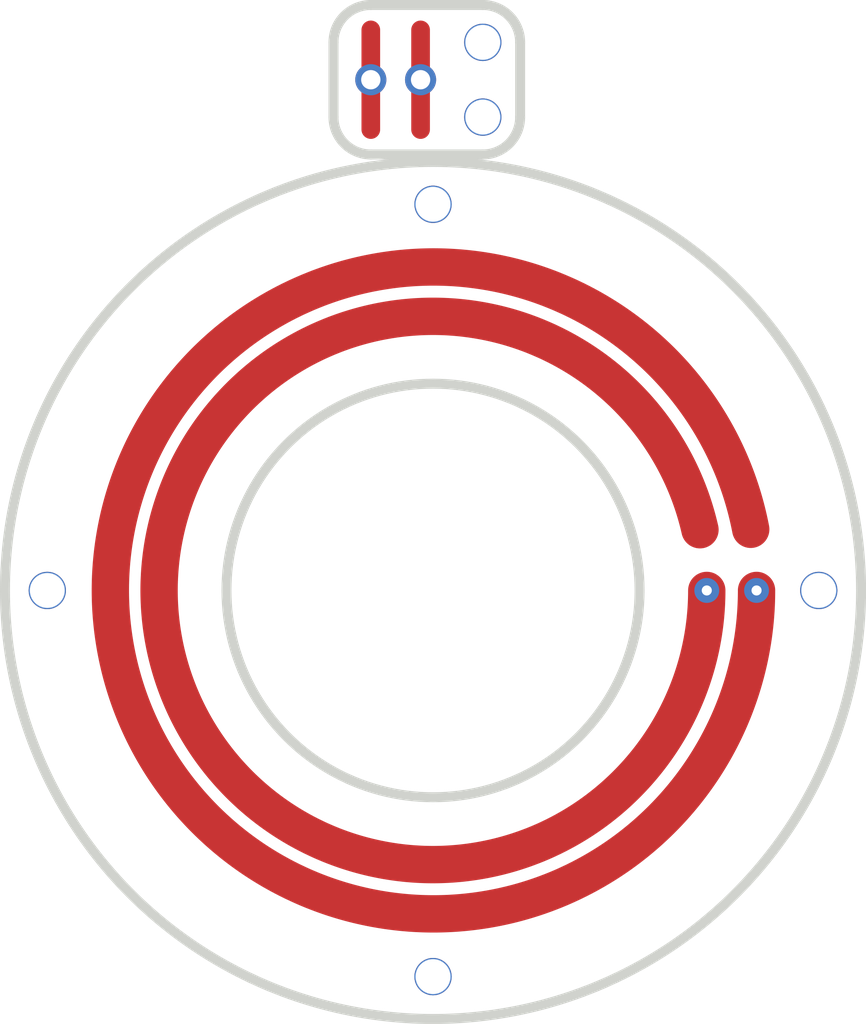
<source format=kicad_pcb>
(kicad_pcb (version 20211014) (generator pcbnew)

  (general
    (thickness 1.6)
  )

  (paper "A4")
  (layers
    (0 "F.Cu" signal)
    (31 "B.Cu" signal)
    (32 "B.Adhes" user "B.Adhesive")
    (33 "F.Adhes" user "F.Adhesive")
    (34 "B.Paste" user)
    (35 "F.Paste" user)
    (36 "B.SilkS" user "B.Silkscreen")
    (37 "F.SilkS" user "F.Silkscreen")
    (38 "B.Mask" user)
    (39 "F.Mask" user)
    (40 "Dwgs.User" user "User.Drawings")
    (41 "Cmts.User" user "User.Comments")
    (42 "Eco1.User" user "User.Eco1")
    (43 "Eco2.User" user "User.Eco2")
    (44 "Edge.Cuts" user)
    (45 "Margin" user)
    (46 "B.CrtYd" user "B.Courtyard")
    (47 "F.CrtYd" user "F.Courtyard")
    (48 "B.Fab" user)
    (49 "F.Fab" user)
    (50 "User.1" user)
    (51 "User.2" user)
    (52 "User.3" user)
    (53 "User.4" user)
    (54 "User.5" user)
    (55 "User.6" user)
    (56 "User.7" user)
    (57 "User.8" user)
    (58 "User.9" user)
  )

  (setup
    (pad_to_mask_clearance 0)
    (grid_origin 15 195)
    (pcbplotparams
      (layerselection 0x0001000_7ffffffe)
      (disableapertmacros false)
      (usegerberextensions false)
      (usegerberattributes true)
      (usegerberadvancedattributes true)
      (creategerberjobfile true)
      (svguseinch false)
      (svgprecision 6)
      (excludeedgelayer true)
      (plotframeref false)
      (viasonmask true)
      (mode 1)
      (useauxorigin false)
      (hpglpennumber 1)
      (hpglpenspeed 20)
      (hpglpendiameter 15.000000)
      (dxfpolygonmode true)
      (dxfimperialunits true)
      (dxfusepcbnewfont true)
      (psnegative false)
      (psa4output false)
      (plotreference true)
      (plotvalue true)
      (plotinvisibletext false)
      (sketchpadsonfab false)
      (subtractmaskfromsilk false)
      (outputformat 1)
      (mirror false)
      (drillshape 0)
      (scaleselection 1)
      (outputdirectory "mfg_files/")
    )
  )

  (net 0 "")

  (gr_arc (start 76.0365 159.992629) (mid 24.222407 162.452216) (end 75.568668 155.082597) (layer "F.Cu") (width 3) (tstamp 314c82bc-61bc-43db-b82e-68c1814bbd4a))
  (gr_line (start 45.0365 122.992629) (end 45.0365 114.992629) (layer "F.Cu") (width 1.5) (tstamp b06308b8-d8de-4dcb-a6c0-a16dd5bdea8d))
  (gr_line (start 49.0365 122.992629) (end 49.0365 114.992629) (layer "F.Cu") (width 1.5) (tstamp b373e2da-405e-4bd9-ab36-55d9b0a4f6a4))
  (gr_arc (start 72.0365 159.992629) (mid 28.159143 162.447392) (end 71.489423 155.116965) (layer "F.Cu") (width 3) (tstamp de05c20d-0dce-476b-b868-0ed2774e9ae4))
  (gr_arc (start 54.0365 112.992629) (mid 56.15782 113.871309) (end 57.0365 115.992629) (layer "Edge.Cuts") (width 0.8) (tstamp 2f3c558d-1c93-4bfa-a351-bebeac527043))
  (gr_line (start 57.0365 115.992629) (end 57.0365 121.992629) (layer "Edge.Cuts") (width 0.8) (tstamp 33ace164-d7a1-4cb5-a056-6a7d37fe3662))
  (gr_arc (start 45.0365 124.992629) (mid 42.91518 124.113949) (end 42.0365 121.992629) (layer "Edge.Cuts") (width 0.8) (tstamp 52466011-5c1a-47bc-b32d-24022f04590a))
  (gr_circle (center 50.0365 159.992629) (end 66.6365 159.992629) (layer "Edge.Cuts") (width 0.8) (fill none) (tstamp 56200abd-5f21-4158-82c8-1f75c1a299f8))
  (gr_line (start 45.0365 112.992629) (end 54.0365 112.992629) (layer "Edge.Cuts") (width 0.8) (tstamp 7ec7a99b-7692-46e2-af45-fb1bc8f3bb98))
  (gr_arc (start 42.0365 115.992629) (mid 42.91518 113.871309) (end 45.0365 112.992629) (layer "Edge.Cuts") (width 0.8) (tstamp 991a24c4-77f6-4b1b-8894-9ca0da24a03a))
  (gr_arc (start 57.0365 121.992629) (mid 56.15782 124.113949) (end 54.0365 124.992629) (layer "Edge.Cuts") (width 0.8) (tstamp caf1a426-34f7-46e1-8132-2870838da64f))
  (gr_line (start 54.0365 124.992629) (end 45.0365 124.992629) (layer "Edge.Cuts") (width 0.8) (tstamp d609a210-afc7-45f7-98a3-80e0886b01c2))
  (gr_line (start 42.0365 121.992629) (end 42.0365 115.992629) (layer "Edge.Cuts") (width 0.8) (tstamp f7c4fdcd-dc6e-4e08-a136-43c77270f2cf))
  (gr_circle (center 50.0365 159.992629) (end 84.4365 159.992629) (layer "Edge.Cuts") (width 0.8) (fill none) (tstamp f91aff25-ddb9-4ea1-872c-e6c68367806f))

  (via (at 45.0365 118.992629) (size 2.5) (drill 1.55) (layers "F.Cu" "B.Cu") (free) (net 0) (tstamp 1f856d05-c4c3-4dbb-8731-78a5e90133a7))
  (via (at 50.0365 190.992629) (size 3) (drill 2.8) (layers "F.Cu" "B.Cu") (free) (net 0) (tstamp 33e55bc9-1dc8-4450-a4b2-e6228bd029b3))
  (via (at 50.0365 128.992629) (size 3) (drill 2.8) (layers "F.Cu" "B.Cu") (free) (net 0) (tstamp 4270d021-8152-421d-882f-dcdc8eda6d31))
  (via (at 54.0365 115.992629) (size 3) (drill 2.8) (layers "F.Cu" "B.Cu") (free) (net 0) (tstamp 5d0174ff-01bd-4421-9f37-be63c270d588))
  (via (at 76.0365 159.992629) (size 2) (drill 0.81) (layers "F.Cu" "B.Cu") (net 0) (tstamp 5db5b3b9-e7d7-4c18-97bb-7ee20565f942))
  (via (at 72.0365 159.992629) (size 2) (drill 0.81) (layers "F.Cu" "B.Cu") (free) (net 0) (tstamp 648b8468-7cba-4558-a6e1-24c7f25068c1))
  (via (at 49.0365 118.992629) (size 2.5) (drill 1.55) (layers "F.Cu" "B.Cu") (free) (net 0) (tstamp 69aa0cc4-c7f1-4a31-ab40-546ce9de275b))
  (via (at 81.0365 159.992629) (size 3) (drill 2.8) (layers "F.Cu" "B.Cu") (free) (net 0) (tstamp a9321e4d-b53c-4e67-8b07-c714ee34d038))
  (via (at 54.0365 121.992629) (size 3) (drill 2.8) (layers "F.Cu" "B.Cu") (free) (net 0) (tstamp bb6cfe30-94af-41e6-9aee-161c295e9de6))
  (via (at 19.0365 159.992629) (size 3) (drill 2.8) (layers "F.Cu" "B.Cu") (free) (net 0) (tstamp f6711ee7-e7ec-4ed7-aad9-cf2cc99980d5))

  (group "" (id a992b14b-eb03-408c-879d-0cb517f766ef)
    (members
      56200abd-5f21-4158-82c8-1f75c1a299f8
      f91aff25-ddb9-4ea1-872c-e6c68367806f
    )
  )
)

</source>
